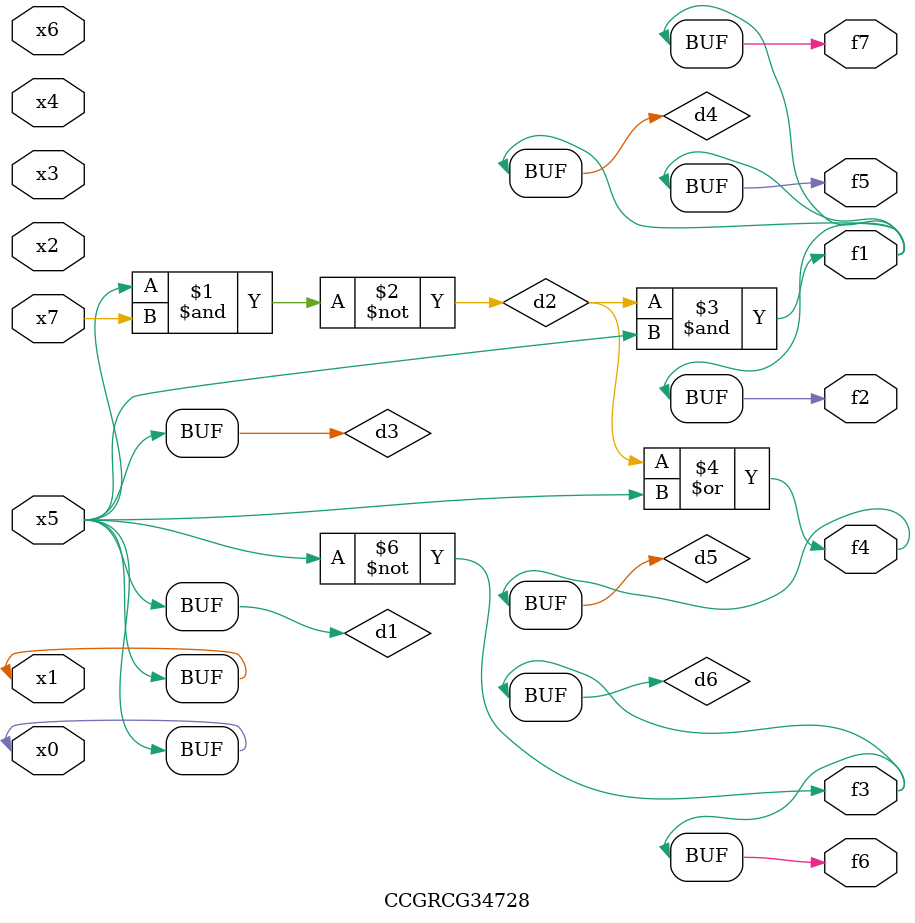
<source format=v>
module CCGRCG34728(
	input x0, x1, x2, x3, x4, x5, x6, x7,
	output f1, f2, f3, f4, f5, f6, f7
);

	wire d1, d2, d3, d4, d5, d6;

	buf (d1, x0, x5);
	nand (d2, x5, x7);
	buf (d3, x0, x1);
	and (d4, d2, d3);
	or (d5, d2, d3);
	nor (d6, d1, d3);
	assign f1 = d4;
	assign f2 = d4;
	assign f3 = d6;
	assign f4 = d5;
	assign f5 = d4;
	assign f6 = d6;
	assign f7 = d4;
endmodule

</source>
